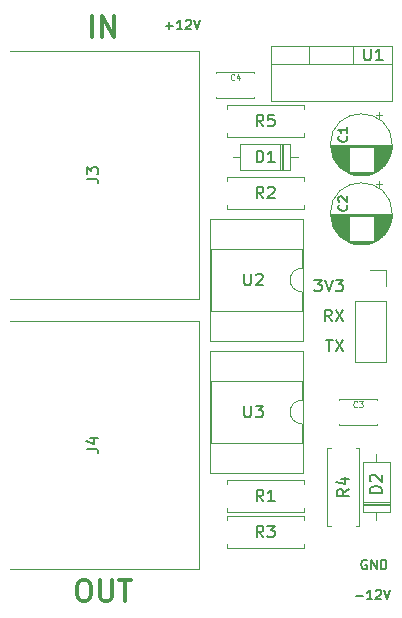
<source format=gbr>
%TF.GenerationSoftware,KiCad,Pcbnew,(5.1.6-0-10_14)*%
%TF.CreationDate,2020-08-30T21:53:01-07:00*%
%TF.ProjectId,bbf-midi,6262662d-6d69-4646-992e-6b696361645f,rev?*%
%TF.SameCoordinates,Original*%
%TF.FileFunction,Legend,Top*%
%TF.FilePolarity,Positive*%
%FSLAX46Y46*%
G04 Gerber Fmt 4.6, Leading zero omitted, Abs format (unit mm)*
G04 Created by KiCad (PCBNEW (5.1.6-0-10_14)) date 2020-08-30 21:53:01*
%MOMM*%
%LPD*%
G01*
G04 APERTURE LIST*
%ADD10C,0.150000*%
%ADD11C,0.304800*%
%ADD12C,0.120000*%
%ADD13C,0.101600*%
%ADD14C,0.127000*%
G04 APERTURE END LIST*
D10*
X153703976Y-137217142D02*
X154313500Y-137217142D01*
X155113500Y-137521904D02*
X154656357Y-137521904D01*
X154884928Y-137521904D02*
X154884928Y-136721904D01*
X154808738Y-136836190D01*
X154732547Y-136912380D01*
X154656357Y-136950476D01*
X155418261Y-136798095D02*
X155456357Y-136760000D01*
X155532547Y-136721904D01*
X155723023Y-136721904D01*
X155799214Y-136760000D01*
X155837309Y-136798095D01*
X155875404Y-136874285D01*
X155875404Y-136950476D01*
X155837309Y-137064761D01*
X155380166Y-137521904D01*
X155875404Y-137521904D01*
X156103976Y-136721904D02*
X156370642Y-137521904D01*
X156637309Y-136721904D01*
X154631023Y-134220000D02*
X154554833Y-134181904D01*
X154440547Y-134181904D01*
X154326261Y-134220000D01*
X154250071Y-134296190D01*
X154211976Y-134372380D01*
X154173880Y-134524761D01*
X154173880Y-134639047D01*
X154211976Y-134791428D01*
X154250071Y-134867619D01*
X154326261Y-134943809D01*
X154440547Y-134981904D01*
X154516738Y-134981904D01*
X154631023Y-134943809D01*
X154669119Y-134905714D01*
X154669119Y-134639047D01*
X154516738Y-134639047D01*
X155011976Y-134981904D02*
X155011976Y-134181904D01*
X155469119Y-134981904D01*
X155469119Y-134181904D01*
X155850071Y-134981904D02*
X155850071Y-134181904D01*
X156040547Y-134181904D01*
X156154833Y-134220000D01*
X156231023Y-134296190D01*
X156269119Y-134372380D01*
X156307214Y-134524761D01*
X156307214Y-134639047D01*
X156269119Y-134791428D01*
X156231023Y-134867619D01*
X156154833Y-134943809D01*
X156040547Y-134981904D01*
X155850071Y-134981904D01*
X137608976Y-88957142D02*
X138218500Y-88957142D01*
X137913738Y-89261904D02*
X137913738Y-88652380D01*
X139018500Y-89261904D02*
X138561357Y-89261904D01*
X138789928Y-89261904D02*
X138789928Y-88461904D01*
X138713738Y-88576190D01*
X138637547Y-88652380D01*
X138561357Y-88690476D01*
X139323261Y-88538095D02*
X139361357Y-88500000D01*
X139437547Y-88461904D01*
X139628023Y-88461904D01*
X139704214Y-88500000D01*
X139742309Y-88538095D01*
X139780404Y-88614285D01*
X139780404Y-88690476D01*
X139742309Y-88804761D01*
X139285166Y-89261904D01*
X139780404Y-89261904D01*
X140008976Y-88461904D02*
X140275642Y-89261904D01*
X140542309Y-88461904D01*
D11*
X131402666Y-89958333D02*
X131402666Y-88180333D01*
X132249333Y-89958333D02*
X132249333Y-88180333D01*
X133265333Y-89958333D01*
X133265333Y-88180333D01*
X130556000Y-135932333D02*
X130894666Y-135932333D01*
X131064000Y-136017000D01*
X131233333Y-136186333D01*
X131318000Y-136525000D01*
X131318000Y-137117666D01*
X131233333Y-137456333D01*
X131064000Y-137625666D01*
X130894666Y-137710333D01*
X130556000Y-137710333D01*
X130386666Y-137625666D01*
X130217333Y-137456333D01*
X130132666Y-137117666D01*
X130132666Y-136525000D01*
X130217333Y-136186333D01*
X130386666Y-136017000D01*
X130556000Y-135932333D01*
X132080000Y-135932333D02*
X132080000Y-137371666D01*
X132164666Y-137541000D01*
X132249333Y-137625666D01*
X132418666Y-137710333D01*
X132757333Y-137710333D01*
X132926666Y-137625666D01*
X133011333Y-137541000D01*
X133096000Y-137371666D01*
X133096000Y-135932333D01*
X133688666Y-135932333D02*
X134704666Y-135932333D01*
X134196666Y-137710333D02*
X134196666Y-135932333D01*
D10*
X151191452Y-115530380D02*
X151762880Y-115530380D01*
X151477166Y-116530380D02*
X151477166Y-115530380D01*
X152000976Y-115530380D02*
X152667642Y-116530380D01*
X152667642Y-115530380D02*
X152000976Y-116530380D01*
X151667642Y-113990380D02*
X151334309Y-113514190D01*
X151096214Y-113990380D02*
X151096214Y-112990380D01*
X151477166Y-112990380D01*
X151572404Y-113038000D01*
X151620023Y-113085619D01*
X151667642Y-113180857D01*
X151667642Y-113323714D01*
X151620023Y-113418952D01*
X151572404Y-113466571D01*
X151477166Y-113514190D01*
X151096214Y-113514190D01*
X152000976Y-112990380D02*
X152667642Y-113990380D01*
X152667642Y-112990380D02*
X152000976Y-113990380D01*
X150191452Y-110450380D02*
X150810500Y-110450380D01*
X150477166Y-110831333D01*
X150620023Y-110831333D01*
X150715261Y-110878952D01*
X150762880Y-110926571D01*
X150810500Y-111021809D01*
X150810500Y-111259904D01*
X150762880Y-111355142D01*
X150715261Y-111402761D01*
X150620023Y-111450380D01*
X150334309Y-111450380D01*
X150239071Y-111402761D01*
X150191452Y-111355142D01*
X151096214Y-110450380D02*
X151429547Y-111450380D01*
X151762880Y-110450380D01*
X152000976Y-110450380D02*
X152620023Y-110450380D01*
X152286690Y-110831333D01*
X152429547Y-110831333D01*
X152524785Y-110878952D01*
X152572404Y-110926571D01*
X152620023Y-111021809D01*
X152620023Y-111259904D01*
X152572404Y-111355142D01*
X152524785Y-111402761D01*
X152429547Y-111450380D01*
X152143833Y-111450380D01*
X152048595Y-111402761D01*
X152000976Y-111355142D01*
D12*
%TO.C,C3*%
X152284000Y-120546000D02*
X155524000Y-120546000D01*
X152284000Y-122786000D02*
X155524000Y-122786000D01*
X152284000Y-120546000D02*
X152284000Y-120611000D01*
X152284000Y-122721000D02*
X152284000Y-122786000D01*
X155524000Y-120546000D02*
X155524000Y-120611000D01*
X155524000Y-122721000D02*
X155524000Y-122786000D01*
%TO.C,C4*%
X145110000Y-95035000D02*
X145110000Y-95100000D01*
X145110000Y-92860000D02*
X145110000Y-92925000D01*
X141870000Y-95035000D02*
X141870000Y-95100000D01*
X141870000Y-92860000D02*
X141870000Y-92925000D01*
X141870000Y-95100000D02*
X145110000Y-95100000D01*
X141870000Y-92860000D02*
X145110000Y-92860000D01*
%TO.C,D1*%
X147570000Y-101196000D02*
X147570000Y-98956000D01*
X147330000Y-101196000D02*
X147330000Y-98956000D01*
X147450000Y-101196000D02*
X147450000Y-98956000D01*
X143280000Y-100076000D02*
X143930000Y-100076000D01*
X148820000Y-100076000D02*
X148170000Y-100076000D01*
X143930000Y-101196000D02*
X148170000Y-101196000D01*
X143930000Y-98956000D02*
X143930000Y-101196000D01*
X148170000Y-98956000D02*
X143930000Y-98956000D01*
X148170000Y-101196000D02*
X148170000Y-98956000D01*
%TO.C,J3*%
X140460000Y-112100000D02*
X124460000Y-112100000D01*
X140460000Y-91100000D02*
X140460000Y-112100000D01*
X124460000Y-91100000D02*
X140460000Y-91100000D01*
%TO.C,J4*%
X124460000Y-113960000D02*
X140460000Y-113960000D01*
X140460000Y-113960000D02*
X140460000Y-134960000D01*
X140460000Y-134960000D02*
X124460000Y-134960000D01*
%TO.C,J5*%
X154940000Y-109668000D02*
X156270000Y-109668000D01*
X156270000Y-109668000D02*
X156270000Y-110998000D01*
X156270000Y-112268000D02*
X156270000Y-117408000D01*
X153610000Y-117408000D02*
X156270000Y-117408000D01*
X153610000Y-112268000D02*
X153610000Y-117408000D01*
X153610000Y-112268000D02*
X156270000Y-112268000D01*
%TO.C,R1*%
X142780000Y-127408000D02*
X142780000Y-127738000D01*
X149320000Y-127408000D02*
X142780000Y-127408000D01*
X149320000Y-127738000D02*
X149320000Y-127408000D01*
X142780000Y-130148000D02*
X142780000Y-129818000D01*
X149320000Y-130148000D02*
X142780000Y-130148000D01*
X149320000Y-129818000D02*
X149320000Y-130148000D01*
%TO.C,R2*%
X142780000Y-101754000D02*
X142780000Y-102084000D01*
X149320000Y-101754000D02*
X142780000Y-101754000D01*
X149320000Y-102084000D02*
X149320000Y-101754000D01*
X142780000Y-104494000D02*
X142780000Y-104164000D01*
X149320000Y-104494000D02*
X142780000Y-104494000D01*
X149320000Y-104164000D02*
X149320000Y-104494000D01*
%TO.C,R3*%
X142780000Y-130786000D02*
X142780000Y-130456000D01*
X142780000Y-130456000D02*
X149320000Y-130456000D01*
X149320000Y-130456000D02*
X149320000Y-130786000D01*
X142780000Y-132866000D02*
X142780000Y-133196000D01*
X142780000Y-133196000D02*
X149320000Y-133196000D01*
X149320000Y-133196000D02*
X149320000Y-132866000D01*
%TO.C,R5*%
X142780000Y-95658000D02*
X142780000Y-95988000D01*
X149320000Y-95658000D02*
X142780000Y-95658000D01*
X149320000Y-95988000D02*
X149320000Y-95658000D01*
X142780000Y-98398000D02*
X142780000Y-98068000D01*
X149320000Y-98398000D02*
X142780000Y-98398000D01*
X149320000Y-98068000D02*
X149320000Y-98398000D01*
%TO.C,U1*%
X153489000Y-90710000D02*
X153489000Y-92220000D01*
X149788000Y-90710000D02*
X149788000Y-92220000D01*
X146518000Y-92220000D02*
X156758000Y-92220000D01*
X156758000Y-90710000D02*
X156758000Y-95351000D01*
X146518000Y-90710000D02*
X146518000Y-95351000D01*
X146518000Y-95351000D02*
X156758000Y-95351000D01*
X146518000Y-90710000D02*
X156758000Y-90710000D01*
%TO.C,U2*%
X149218000Y-115630000D02*
X149218000Y-105350000D01*
X141358000Y-115630000D02*
X149218000Y-115630000D01*
X141358000Y-105350000D02*
X141358000Y-115630000D01*
X149218000Y-105350000D02*
X141358000Y-105350000D01*
X149158000Y-113140000D02*
X149158000Y-111490000D01*
X141418000Y-113140000D02*
X149158000Y-113140000D01*
X141418000Y-107840000D02*
X141418000Y-113140000D01*
X149158000Y-107840000D02*
X141418000Y-107840000D01*
X149158000Y-109490000D02*
X149158000Y-107840000D01*
X149158000Y-111490000D02*
G75*
G02*
X149158000Y-109490000I0J1000000D01*
G01*
%TO.C,C1*%
X155903000Y-96485225D02*
X155403000Y-96485225D01*
X155653000Y-96235225D02*
X155653000Y-96735225D01*
X154462000Y-101641000D02*
X153894000Y-101641000D01*
X154696000Y-101601000D02*
X153660000Y-101601000D01*
X154855000Y-101561000D02*
X153501000Y-101561000D01*
X154983000Y-101521000D02*
X153373000Y-101521000D01*
X155093000Y-101481000D02*
X153263000Y-101481000D01*
X155189000Y-101441000D02*
X153167000Y-101441000D01*
X155276000Y-101401000D02*
X153080000Y-101401000D01*
X155356000Y-101361000D02*
X153000000Y-101361000D01*
X153138000Y-101321000D02*
X152927000Y-101321000D01*
X155429000Y-101321000D02*
X155218000Y-101321000D01*
X153138000Y-101281000D02*
X152859000Y-101281000D01*
X155497000Y-101281000D02*
X155218000Y-101281000D01*
X153138000Y-101241000D02*
X152795000Y-101241000D01*
X155561000Y-101241000D02*
X155218000Y-101241000D01*
X153138000Y-101201000D02*
X152735000Y-101201000D01*
X155621000Y-101201000D02*
X155218000Y-101201000D01*
X153138000Y-101161000D02*
X152678000Y-101161000D01*
X155678000Y-101161000D02*
X155218000Y-101161000D01*
X153138000Y-101121000D02*
X152624000Y-101121000D01*
X155732000Y-101121000D02*
X155218000Y-101121000D01*
X153138000Y-101081000D02*
X152573000Y-101081000D01*
X155783000Y-101081000D02*
X155218000Y-101081000D01*
X153138000Y-101041000D02*
X152525000Y-101041000D01*
X155831000Y-101041000D02*
X155218000Y-101041000D01*
X153138000Y-101001000D02*
X152479000Y-101001000D01*
X155877000Y-101001000D02*
X155218000Y-101001000D01*
X153138000Y-100961000D02*
X152435000Y-100961000D01*
X155921000Y-100961000D02*
X155218000Y-100961000D01*
X153138000Y-100921000D02*
X152393000Y-100921000D01*
X155963000Y-100921000D02*
X155218000Y-100921000D01*
X153138000Y-100881000D02*
X152352000Y-100881000D01*
X156004000Y-100881000D02*
X155218000Y-100881000D01*
X153138000Y-100841000D02*
X152314000Y-100841000D01*
X156042000Y-100841000D02*
X155218000Y-100841000D01*
X153138000Y-100801000D02*
X152277000Y-100801000D01*
X156079000Y-100801000D02*
X155218000Y-100801000D01*
X153138000Y-100761000D02*
X152241000Y-100761000D01*
X156115000Y-100761000D02*
X155218000Y-100761000D01*
X153138000Y-100721000D02*
X152207000Y-100721000D01*
X156149000Y-100721000D02*
X155218000Y-100721000D01*
X153138000Y-100681000D02*
X152174000Y-100681000D01*
X156182000Y-100681000D02*
X155218000Y-100681000D01*
X153138000Y-100641000D02*
X152143000Y-100641000D01*
X156213000Y-100641000D02*
X155218000Y-100641000D01*
X153138000Y-100601000D02*
X152113000Y-100601000D01*
X156243000Y-100601000D02*
X155218000Y-100601000D01*
X153138000Y-100561000D02*
X152083000Y-100561000D01*
X156273000Y-100561000D02*
X155218000Y-100561000D01*
X153138000Y-100521000D02*
X152056000Y-100521000D01*
X156300000Y-100521000D02*
X155218000Y-100521000D01*
X153138000Y-100481000D02*
X152029000Y-100481000D01*
X156327000Y-100481000D02*
X155218000Y-100481000D01*
X153138000Y-100441000D02*
X152003000Y-100441000D01*
X156353000Y-100441000D02*
X155218000Y-100441000D01*
X153138000Y-100401000D02*
X151978000Y-100401000D01*
X156378000Y-100401000D02*
X155218000Y-100401000D01*
X153138000Y-100361000D02*
X151954000Y-100361000D01*
X156402000Y-100361000D02*
X155218000Y-100361000D01*
X153138000Y-100321000D02*
X151931000Y-100321000D01*
X156425000Y-100321000D02*
X155218000Y-100321000D01*
X153138000Y-100281000D02*
X151910000Y-100281000D01*
X156446000Y-100281000D02*
X155218000Y-100281000D01*
X153138000Y-100241000D02*
X151888000Y-100241000D01*
X156468000Y-100241000D02*
X155218000Y-100241000D01*
X153138000Y-100201000D02*
X151868000Y-100201000D01*
X156488000Y-100201000D02*
X155218000Y-100201000D01*
X153138000Y-100161000D02*
X151849000Y-100161000D01*
X156507000Y-100161000D02*
X155218000Y-100161000D01*
X153138000Y-100121000D02*
X151830000Y-100121000D01*
X156526000Y-100121000D02*
X155218000Y-100121000D01*
X153138000Y-100081000D02*
X151813000Y-100081000D01*
X156543000Y-100081000D02*
X155218000Y-100081000D01*
X153138000Y-100041000D02*
X151796000Y-100041000D01*
X156560000Y-100041000D02*
X155218000Y-100041000D01*
X153138000Y-100001000D02*
X151780000Y-100001000D01*
X156576000Y-100001000D02*
X155218000Y-100001000D01*
X153138000Y-99961000D02*
X151764000Y-99961000D01*
X156592000Y-99961000D02*
X155218000Y-99961000D01*
X153138000Y-99921000D02*
X151750000Y-99921000D01*
X156606000Y-99921000D02*
X155218000Y-99921000D01*
X153138000Y-99881000D02*
X151736000Y-99881000D01*
X156620000Y-99881000D02*
X155218000Y-99881000D01*
X153138000Y-99841000D02*
X151723000Y-99841000D01*
X156633000Y-99841000D02*
X155218000Y-99841000D01*
X153138000Y-99801000D02*
X151710000Y-99801000D01*
X156646000Y-99801000D02*
X155218000Y-99801000D01*
X153138000Y-99761000D02*
X151698000Y-99761000D01*
X156658000Y-99761000D02*
X155218000Y-99761000D01*
X153138000Y-99720000D02*
X151687000Y-99720000D01*
X156669000Y-99720000D02*
X155218000Y-99720000D01*
X153138000Y-99680000D02*
X151677000Y-99680000D01*
X156679000Y-99680000D02*
X155218000Y-99680000D01*
X153138000Y-99640000D02*
X151667000Y-99640000D01*
X156689000Y-99640000D02*
X155218000Y-99640000D01*
X153138000Y-99600000D02*
X151658000Y-99600000D01*
X156698000Y-99600000D02*
X155218000Y-99600000D01*
X153138000Y-99560000D02*
X151650000Y-99560000D01*
X156706000Y-99560000D02*
X155218000Y-99560000D01*
X153138000Y-99520000D02*
X151642000Y-99520000D01*
X156714000Y-99520000D02*
X155218000Y-99520000D01*
X153138000Y-99480000D02*
X151635000Y-99480000D01*
X156721000Y-99480000D02*
X155218000Y-99480000D01*
X153138000Y-99440000D02*
X151628000Y-99440000D01*
X156728000Y-99440000D02*
X155218000Y-99440000D01*
X153138000Y-99400000D02*
X151622000Y-99400000D01*
X156734000Y-99400000D02*
X155218000Y-99400000D01*
X153138000Y-99360000D02*
X151617000Y-99360000D01*
X156739000Y-99360000D02*
X155218000Y-99360000D01*
X153138000Y-99320000D02*
X151613000Y-99320000D01*
X156743000Y-99320000D02*
X155218000Y-99320000D01*
X153138000Y-99280000D02*
X151609000Y-99280000D01*
X156747000Y-99280000D02*
X155218000Y-99280000D01*
X156751000Y-99240000D02*
X151605000Y-99240000D01*
X156754000Y-99200000D02*
X151602000Y-99200000D01*
X156756000Y-99160000D02*
X151600000Y-99160000D01*
X156757000Y-99120000D02*
X151599000Y-99120000D01*
X156758000Y-99080000D02*
X151598000Y-99080000D01*
X156758000Y-99040000D02*
X151598000Y-99040000D01*
X156798000Y-99040000D02*
G75*
G03*
X156798000Y-99040000I-2620000J0D01*
G01*
%TO.C,C2*%
X156798000Y-104882000D02*
G75*
G03*
X156798000Y-104882000I-2620000J0D01*
G01*
X156758000Y-104882000D02*
X151598000Y-104882000D01*
X156758000Y-104922000D02*
X151598000Y-104922000D01*
X156757000Y-104962000D02*
X151599000Y-104962000D01*
X156756000Y-105002000D02*
X151600000Y-105002000D01*
X156754000Y-105042000D02*
X151602000Y-105042000D01*
X156751000Y-105082000D02*
X151605000Y-105082000D01*
X156747000Y-105122000D02*
X155218000Y-105122000D01*
X153138000Y-105122000D02*
X151609000Y-105122000D01*
X156743000Y-105162000D02*
X155218000Y-105162000D01*
X153138000Y-105162000D02*
X151613000Y-105162000D01*
X156739000Y-105202000D02*
X155218000Y-105202000D01*
X153138000Y-105202000D02*
X151617000Y-105202000D01*
X156734000Y-105242000D02*
X155218000Y-105242000D01*
X153138000Y-105242000D02*
X151622000Y-105242000D01*
X156728000Y-105282000D02*
X155218000Y-105282000D01*
X153138000Y-105282000D02*
X151628000Y-105282000D01*
X156721000Y-105322000D02*
X155218000Y-105322000D01*
X153138000Y-105322000D02*
X151635000Y-105322000D01*
X156714000Y-105362000D02*
X155218000Y-105362000D01*
X153138000Y-105362000D02*
X151642000Y-105362000D01*
X156706000Y-105402000D02*
X155218000Y-105402000D01*
X153138000Y-105402000D02*
X151650000Y-105402000D01*
X156698000Y-105442000D02*
X155218000Y-105442000D01*
X153138000Y-105442000D02*
X151658000Y-105442000D01*
X156689000Y-105482000D02*
X155218000Y-105482000D01*
X153138000Y-105482000D02*
X151667000Y-105482000D01*
X156679000Y-105522000D02*
X155218000Y-105522000D01*
X153138000Y-105522000D02*
X151677000Y-105522000D01*
X156669000Y-105562000D02*
X155218000Y-105562000D01*
X153138000Y-105562000D02*
X151687000Y-105562000D01*
X156658000Y-105603000D02*
X155218000Y-105603000D01*
X153138000Y-105603000D02*
X151698000Y-105603000D01*
X156646000Y-105643000D02*
X155218000Y-105643000D01*
X153138000Y-105643000D02*
X151710000Y-105643000D01*
X156633000Y-105683000D02*
X155218000Y-105683000D01*
X153138000Y-105683000D02*
X151723000Y-105683000D01*
X156620000Y-105723000D02*
X155218000Y-105723000D01*
X153138000Y-105723000D02*
X151736000Y-105723000D01*
X156606000Y-105763000D02*
X155218000Y-105763000D01*
X153138000Y-105763000D02*
X151750000Y-105763000D01*
X156592000Y-105803000D02*
X155218000Y-105803000D01*
X153138000Y-105803000D02*
X151764000Y-105803000D01*
X156576000Y-105843000D02*
X155218000Y-105843000D01*
X153138000Y-105843000D02*
X151780000Y-105843000D01*
X156560000Y-105883000D02*
X155218000Y-105883000D01*
X153138000Y-105883000D02*
X151796000Y-105883000D01*
X156543000Y-105923000D02*
X155218000Y-105923000D01*
X153138000Y-105923000D02*
X151813000Y-105923000D01*
X156526000Y-105963000D02*
X155218000Y-105963000D01*
X153138000Y-105963000D02*
X151830000Y-105963000D01*
X156507000Y-106003000D02*
X155218000Y-106003000D01*
X153138000Y-106003000D02*
X151849000Y-106003000D01*
X156488000Y-106043000D02*
X155218000Y-106043000D01*
X153138000Y-106043000D02*
X151868000Y-106043000D01*
X156468000Y-106083000D02*
X155218000Y-106083000D01*
X153138000Y-106083000D02*
X151888000Y-106083000D01*
X156446000Y-106123000D02*
X155218000Y-106123000D01*
X153138000Y-106123000D02*
X151910000Y-106123000D01*
X156425000Y-106163000D02*
X155218000Y-106163000D01*
X153138000Y-106163000D02*
X151931000Y-106163000D01*
X156402000Y-106203000D02*
X155218000Y-106203000D01*
X153138000Y-106203000D02*
X151954000Y-106203000D01*
X156378000Y-106243000D02*
X155218000Y-106243000D01*
X153138000Y-106243000D02*
X151978000Y-106243000D01*
X156353000Y-106283000D02*
X155218000Y-106283000D01*
X153138000Y-106283000D02*
X152003000Y-106283000D01*
X156327000Y-106323000D02*
X155218000Y-106323000D01*
X153138000Y-106323000D02*
X152029000Y-106323000D01*
X156300000Y-106363000D02*
X155218000Y-106363000D01*
X153138000Y-106363000D02*
X152056000Y-106363000D01*
X156273000Y-106403000D02*
X155218000Y-106403000D01*
X153138000Y-106403000D02*
X152083000Y-106403000D01*
X156243000Y-106443000D02*
X155218000Y-106443000D01*
X153138000Y-106443000D02*
X152113000Y-106443000D01*
X156213000Y-106483000D02*
X155218000Y-106483000D01*
X153138000Y-106483000D02*
X152143000Y-106483000D01*
X156182000Y-106523000D02*
X155218000Y-106523000D01*
X153138000Y-106523000D02*
X152174000Y-106523000D01*
X156149000Y-106563000D02*
X155218000Y-106563000D01*
X153138000Y-106563000D02*
X152207000Y-106563000D01*
X156115000Y-106603000D02*
X155218000Y-106603000D01*
X153138000Y-106603000D02*
X152241000Y-106603000D01*
X156079000Y-106643000D02*
X155218000Y-106643000D01*
X153138000Y-106643000D02*
X152277000Y-106643000D01*
X156042000Y-106683000D02*
X155218000Y-106683000D01*
X153138000Y-106683000D02*
X152314000Y-106683000D01*
X156004000Y-106723000D02*
X155218000Y-106723000D01*
X153138000Y-106723000D02*
X152352000Y-106723000D01*
X155963000Y-106763000D02*
X155218000Y-106763000D01*
X153138000Y-106763000D02*
X152393000Y-106763000D01*
X155921000Y-106803000D02*
X155218000Y-106803000D01*
X153138000Y-106803000D02*
X152435000Y-106803000D01*
X155877000Y-106843000D02*
X155218000Y-106843000D01*
X153138000Y-106843000D02*
X152479000Y-106843000D01*
X155831000Y-106883000D02*
X155218000Y-106883000D01*
X153138000Y-106883000D02*
X152525000Y-106883000D01*
X155783000Y-106923000D02*
X155218000Y-106923000D01*
X153138000Y-106923000D02*
X152573000Y-106923000D01*
X155732000Y-106963000D02*
X155218000Y-106963000D01*
X153138000Y-106963000D02*
X152624000Y-106963000D01*
X155678000Y-107003000D02*
X155218000Y-107003000D01*
X153138000Y-107003000D02*
X152678000Y-107003000D01*
X155621000Y-107043000D02*
X155218000Y-107043000D01*
X153138000Y-107043000D02*
X152735000Y-107043000D01*
X155561000Y-107083000D02*
X155218000Y-107083000D01*
X153138000Y-107083000D02*
X152795000Y-107083000D01*
X155497000Y-107123000D02*
X155218000Y-107123000D01*
X153138000Y-107123000D02*
X152859000Y-107123000D01*
X155429000Y-107163000D02*
X155218000Y-107163000D01*
X153138000Y-107163000D02*
X152927000Y-107163000D01*
X155356000Y-107203000D02*
X153000000Y-107203000D01*
X155276000Y-107243000D02*
X153080000Y-107243000D01*
X155189000Y-107283000D02*
X153167000Y-107283000D01*
X155093000Y-107323000D02*
X153263000Y-107323000D01*
X154983000Y-107363000D02*
X153373000Y-107363000D01*
X154855000Y-107403000D02*
X153501000Y-107403000D01*
X154696000Y-107443000D02*
X153660000Y-107443000D01*
X154462000Y-107483000D02*
X153894000Y-107483000D01*
X155653000Y-102077225D02*
X155653000Y-102577225D01*
X155903000Y-102327225D02*
X155403000Y-102327225D01*
%TO.C,D2*%
X154328000Y-130136000D02*
X156568000Y-130136000D01*
X156568000Y-130136000D02*
X156568000Y-125896000D01*
X156568000Y-125896000D02*
X154328000Y-125896000D01*
X154328000Y-125896000D02*
X154328000Y-130136000D01*
X155448000Y-130786000D02*
X155448000Y-130136000D01*
X155448000Y-125246000D02*
X155448000Y-125896000D01*
X154328000Y-129416000D02*
X156568000Y-129416000D01*
X154328000Y-129296000D02*
X156568000Y-129296000D01*
X154328000Y-129536000D02*
X156568000Y-129536000D01*
%TO.C,R4*%
X151614000Y-131286000D02*
X151284000Y-131286000D01*
X151284000Y-131286000D02*
X151284000Y-124746000D01*
X151284000Y-124746000D02*
X151614000Y-124746000D01*
X153694000Y-131286000D02*
X154024000Y-131286000D01*
X154024000Y-131286000D02*
X154024000Y-124746000D01*
X154024000Y-124746000D02*
X153694000Y-124746000D01*
%TO.C,U3*%
X149158000Y-120666000D02*
X149158000Y-119016000D01*
X149158000Y-119016000D02*
X141418000Y-119016000D01*
X141418000Y-119016000D02*
X141418000Y-124316000D01*
X141418000Y-124316000D02*
X149158000Y-124316000D01*
X149158000Y-124316000D02*
X149158000Y-122666000D01*
X149218000Y-116526000D02*
X141358000Y-116526000D01*
X141358000Y-116526000D02*
X141358000Y-126806000D01*
X141358000Y-126806000D02*
X149218000Y-126806000D01*
X149218000Y-126806000D02*
X149218000Y-116526000D01*
X149158000Y-122666000D02*
G75*
G02*
X149158000Y-120666000I0J1000000D01*
G01*
%TO.C,C3*%
D13*
X153819333Y-121212428D02*
X153795142Y-121236619D01*
X153722571Y-121260809D01*
X153674190Y-121260809D01*
X153601619Y-121236619D01*
X153553238Y-121188238D01*
X153529047Y-121139857D01*
X153504857Y-121043095D01*
X153504857Y-120970523D01*
X153529047Y-120873761D01*
X153553238Y-120825380D01*
X153601619Y-120777000D01*
X153674190Y-120752809D01*
X153722571Y-120752809D01*
X153795142Y-120777000D01*
X153819333Y-120801190D01*
X153988666Y-120752809D02*
X154303142Y-120752809D01*
X154133809Y-120946333D01*
X154206380Y-120946333D01*
X154254761Y-120970523D01*
X154278952Y-120994714D01*
X154303142Y-121043095D01*
X154303142Y-121164047D01*
X154278952Y-121212428D01*
X154254761Y-121236619D01*
X154206380Y-121260809D01*
X154061238Y-121260809D01*
X154012857Y-121236619D01*
X153988666Y-121212428D01*
%TO.C,C4*%
X143425333Y-93526428D02*
X143401142Y-93550619D01*
X143328571Y-93574809D01*
X143280190Y-93574809D01*
X143207619Y-93550619D01*
X143159238Y-93502238D01*
X143135047Y-93453857D01*
X143110857Y-93357095D01*
X143110857Y-93284523D01*
X143135047Y-93187761D01*
X143159238Y-93139380D01*
X143207619Y-93091000D01*
X143280190Y-93066809D01*
X143328571Y-93066809D01*
X143401142Y-93091000D01*
X143425333Y-93115190D01*
X143860761Y-93236142D02*
X143860761Y-93574809D01*
X143739809Y-93042619D02*
X143618857Y-93405476D01*
X143933333Y-93405476D01*
%TO.C,D1*%
D10*
X145311904Y-100528380D02*
X145311904Y-99528380D01*
X145550000Y-99528380D01*
X145692857Y-99576000D01*
X145788095Y-99671238D01*
X145835714Y-99766476D01*
X145883333Y-99956952D01*
X145883333Y-100099809D01*
X145835714Y-100290285D01*
X145788095Y-100385523D01*
X145692857Y-100480761D01*
X145550000Y-100528380D01*
X145311904Y-100528380D01*
X146835714Y-100528380D02*
X146264285Y-100528380D01*
X146550000Y-100528380D02*
X146550000Y-99528380D01*
X146454761Y-99671238D01*
X146359523Y-99766476D01*
X146264285Y-99814095D01*
%TO.C,J3*%
X130912380Y-101933333D02*
X131626666Y-101933333D01*
X131769523Y-101980952D01*
X131864761Y-102076190D01*
X131912380Y-102219047D01*
X131912380Y-102314285D01*
X130912380Y-101552380D02*
X130912380Y-100933333D01*
X131293333Y-101266666D01*
X131293333Y-101123809D01*
X131340952Y-101028571D01*
X131388571Y-100980952D01*
X131483809Y-100933333D01*
X131721904Y-100933333D01*
X131817142Y-100980952D01*
X131864761Y-101028571D01*
X131912380Y-101123809D01*
X131912380Y-101409523D01*
X131864761Y-101504761D01*
X131817142Y-101552380D01*
%TO.C,J4*%
X130912380Y-124793333D02*
X131626666Y-124793333D01*
X131769523Y-124840952D01*
X131864761Y-124936190D01*
X131912380Y-125079047D01*
X131912380Y-125174285D01*
X131245714Y-123888571D02*
X131912380Y-123888571D01*
X130864761Y-124126666D02*
X131579047Y-124364761D01*
X131579047Y-123745714D01*
%TO.C,R1*%
X145883333Y-129230380D02*
X145550000Y-128754190D01*
X145311904Y-129230380D02*
X145311904Y-128230380D01*
X145692857Y-128230380D01*
X145788095Y-128278000D01*
X145835714Y-128325619D01*
X145883333Y-128420857D01*
X145883333Y-128563714D01*
X145835714Y-128658952D01*
X145788095Y-128706571D01*
X145692857Y-128754190D01*
X145311904Y-128754190D01*
X146835714Y-129230380D02*
X146264285Y-129230380D01*
X146550000Y-129230380D02*
X146550000Y-128230380D01*
X146454761Y-128373238D01*
X146359523Y-128468476D01*
X146264285Y-128516095D01*
%TO.C,R2*%
X145883333Y-103576380D02*
X145550000Y-103100190D01*
X145311904Y-103576380D02*
X145311904Y-102576380D01*
X145692857Y-102576380D01*
X145788095Y-102624000D01*
X145835714Y-102671619D01*
X145883333Y-102766857D01*
X145883333Y-102909714D01*
X145835714Y-103004952D01*
X145788095Y-103052571D01*
X145692857Y-103100190D01*
X145311904Y-103100190D01*
X146264285Y-102671619D02*
X146311904Y-102624000D01*
X146407142Y-102576380D01*
X146645238Y-102576380D01*
X146740476Y-102624000D01*
X146788095Y-102671619D01*
X146835714Y-102766857D01*
X146835714Y-102862095D01*
X146788095Y-103004952D01*
X146216666Y-103576380D01*
X146835714Y-103576380D01*
%TO.C,R3*%
X145883333Y-132278380D02*
X145550000Y-131802190D01*
X145311904Y-132278380D02*
X145311904Y-131278380D01*
X145692857Y-131278380D01*
X145788095Y-131326000D01*
X145835714Y-131373619D01*
X145883333Y-131468857D01*
X145883333Y-131611714D01*
X145835714Y-131706952D01*
X145788095Y-131754571D01*
X145692857Y-131802190D01*
X145311904Y-131802190D01*
X146216666Y-131278380D02*
X146835714Y-131278380D01*
X146502380Y-131659333D01*
X146645238Y-131659333D01*
X146740476Y-131706952D01*
X146788095Y-131754571D01*
X146835714Y-131849809D01*
X146835714Y-132087904D01*
X146788095Y-132183142D01*
X146740476Y-132230761D01*
X146645238Y-132278380D01*
X146359523Y-132278380D01*
X146264285Y-132230761D01*
X146216666Y-132183142D01*
%TO.C,R5*%
X145883333Y-97480380D02*
X145550000Y-97004190D01*
X145311904Y-97480380D02*
X145311904Y-96480380D01*
X145692857Y-96480380D01*
X145788095Y-96528000D01*
X145835714Y-96575619D01*
X145883333Y-96670857D01*
X145883333Y-96813714D01*
X145835714Y-96908952D01*
X145788095Y-96956571D01*
X145692857Y-97004190D01*
X145311904Y-97004190D01*
X146788095Y-96480380D02*
X146311904Y-96480380D01*
X146264285Y-96956571D01*
X146311904Y-96908952D01*
X146407142Y-96861333D01*
X146645238Y-96861333D01*
X146740476Y-96908952D01*
X146788095Y-96956571D01*
X146835714Y-97051809D01*
X146835714Y-97289904D01*
X146788095Y-97385142D01*
X146740476Y-97432761D01*
X146645238Y-97480380D01*
X146407142Y-97480380D01*
X146311904Y-97432761D01*
X146264285Y-97385142D01*
%TO.C,U1*%
X154432095Y-90892380D02*
X154432095Y-91701904D01*
X154479714Y-91797142D01*
X154527333Y-91844761D01*
X154622571Y-91892380D01*
X154813047Y-91892380D01*
X154908285Y-91844761D01*
X154955904Y-91797142D01*
X155003523Y-91701904D01*
X155003523Y-90892380D01*
X156003523Y-91892380D02*
X155432095Y-91892380D01*
X155717809Y-91892380D02*
X155717809Y-90892380D01*
X155622571Y-91035238D01*
X155527333Y-91130476D01*
X155432095Y-91178095D01*
%TO.C,U2*%
X144272095Y-109942380D02*
X144272095Y-110751904D01*
X144319714Y-110847142D01*
X144367333Y-110894761D01*
X144462571Y-110942380D01*
X144653047Y-110942380D01*
X144748285Y-110894761D01*
X144795904Y-110847142D01*
X144843523Y-110751904D01*
X144843523Y-109942380D01*
X145272095Y-110037619D02*
X145319714Y-109990000D01*
X145414952Y-109942380D01*
X145653047Y-109942380D01*
X145748285Y-109990000D01*
X145795904Y-110037619D01*
X145843523Y-110132857D01*
X145843523Y-110228095D01*
X145795904Y-110370952D01*
X145224476Y-110942380D01*
X145843523Y-110942380D01*
%TO.C,C1*%
D14*
X152926142Y-98298000D02*
X152962428Y-98334285D01*
X152998714Y-98443142D01*
X152998714Y-98515714D01*
X152962428Y-98624571D01*
X152889857Y-98697142D01*
X152817285Y-98733428D01*
X152672142Y-98769714D01*
X152563285Y-98769714D01*
X152418142Y-98733428D01*
X152345571Y-98697142D01*
X152273000Y-98624571D01*
X152236714Y-98515714D01*
X152236714Y-98443142D01*
X152273000Y-98334285D01*
X152309285Y-98298000D01*
X152998714Y-97572285D02*
X152998714Y-98007714D01*
X152998714Y-97790000D02*
X152236714Y-97790000D01*
X152345571Y-97862571D01*
X152418142Y-97935142D01*
X152454428Y-98007714D01*
%TO.C,C2*%
X152926142Y-104140000D02*
X152962428Y-104176285D01*
X152998714Y-104285142D01*
X152998714Y-104357714D01*
X152962428Y-104466571D01*
X152889857Y-104539142D01*
X152817285Y-104575428D01*
X152672142Y-104611714D01*
X152563285Y-104611714D01*
X152418142Y-104575428D01*
X152345571Y-104539142D01*
X152273000Y-104466571D01*
X152236714Y-104357714D01*
X152236714Y-104285142D01*
X152273000Y-104176285D01*
X152309285Y-104140000D01*
X152309285Y-103849714D02*
X152273000Y-103813428D01*
X152236714Y-103740857D01*
X152236714Y-103559428D01*
X152273000Y-103486857D01*
X152309285Y-103450571D01*
X152381857Y-103414285D01*
X152454428Y-103414285D01*
X152563285Y-103450571D01*
X152998714Y-103886000D01*
X152998714Y-103414285D01*
%TO.C,D2*%
D10*
X155900380Y-128500095D02*
X154900380Y-128500095D01*
X154900380Y-128262000D01*
X154948000Y-128119142D01*
X155043238Y-128023904D01*
X155138476Y-127976285D01*
X155328952Y-127928666D01*
X155471809Y-127928666D01*
X155662285Y-127976285D01*
X155757523Y-128023904D01*
X155852761Y-128119142D01*
X155900380Y-128262000D01*
X155900380Y-128500095D01*
X154995619Y-127547714D02*
X154948000Y-127500095D01*
X154900380Y-127404857D01*
X154900380Y-127166761D01*
X154948000Y-127071523D01*
X154995619Y-127023904D01*
X155090857Y-126976285D01*
X155186095Y-126976285D01*
X155328952Y-127023904D01*
X155900380Y-127595333D01*
X155900380Y-126976285D01*
%TO.C,R4*%
X153105379Y-128182666D02*
X152629189Y-128516000D01*
X153105379Y-128754095D02*
X152105379Y-128754095D01*
X152105379Y-128373142D01*
X152152999Y-128277904D01*
X152200618Y-128230285D01*
X152295856Y-128182666D01*
X152438713Y-128182666D01*
X152533951Y-128230285D01*
X152581570Y-128277904D01*
X152629189Y-128373142D01*
X152629189Y-128754095D01*
X152438713Y-127325523D02*
X153105379Y-127325523D01*
X152057760Y-127563619D02*
X152772046Y-127801714D01*
X152772046Y-127182666D01*
%TO.C,U3*%
X144272095Y-121118380D02*
X144272095Y-121927904D01*
X144319714Y-122023142D01*
X144367333Y-122070761D01*
X144462571Y-122118380D01*
X144653047Y-122118380D01*
X144748285Y-122070761D01*
X144795904Y-122023142D01*
X144843523Y-121927904D01*
X144843523Y-121118380D01*
X145224476Y-121118380D02*
X145843523Y-121118380D01*
X145510190Y-121499333D01*
X145653047Y-121499333D01*
X145748285Y-121546952D01*
X145795904Y-121594571D01*
X145843523Y-121689809D01*
X145843523Y-121927904D01*
X145795904Y-122023142D01*
X145748285Y-122070761D01*
X145653047Y-122118380D01*
X145367333Y-122118380D01*
X145272095Y-122070761D01*
X145224476Y-122023142D01*
%TD*%
M02*

</source>
